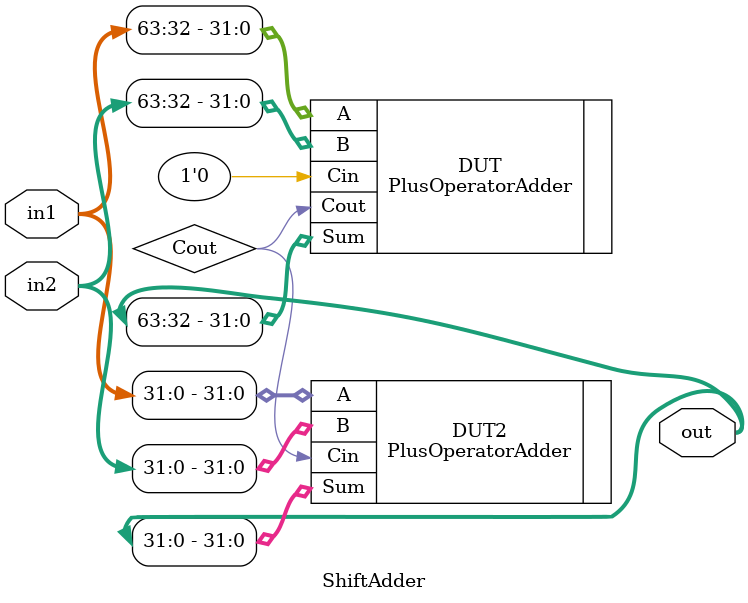
<source format=v>


module ShiftAdder ( in1, in2, out );
  input [63:0] in1;
  input [63:0] in2;
  output [63:0] out;
  wire   Cout;

  PlusOperatorAdder DUT ( .A(in1[63:32]), .B(in2[63:32]), .Cin(1'b0), .Sum(
        out[63:32]), .Cout(Cout) );
  PlusOperatorAdder DUT2 ( .A(in1[31:0]), .B(in2[31:0]), .Cin(Cout), .Sum(
        out[31:0]) );
endmodule


</source>
